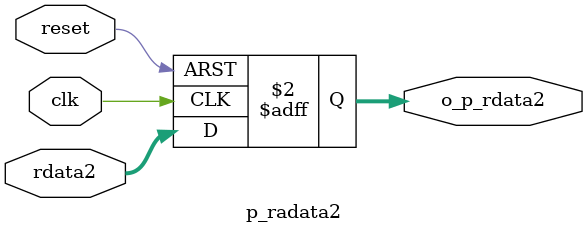
<source format=sv>
module p_radata2(
    input logic clk,
    input logic reset,
    input logic [31:0]rdata2,
    output logic [31:0]o_p_rdata2
);
always @(posedge clk,posedge reset)begin
    if (reset) o_p_rdata2=0;
    else o_p_rdata2=rdata2;
end    
endmodule
</source>
